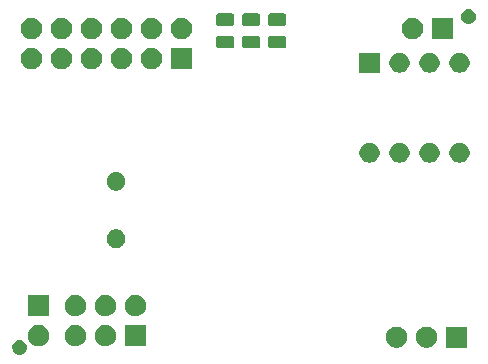
<source format=gbr>
G04 #@! TF.GenerationSoftware,KiCad,Pcbnew,5.1.6*
G04 #@! TF.CreationDate,2020-09-05T15:44:09+02:00*
G04 #@! TF.ProjectId,usynth-jlcpcb,7573796e-7468-42d6-9a6c-637063622e6b,2*
G04 #@! TF.SameCoordinates,Original*
G04 #@! TF.FileFunction,Soldermask,Bot*
G04 #@! TF.FilePolarity,Negative*
%FSLAX46Y46*%
G04 Gerber Fmt 4.6, Leading zero omitted, Abs format (unit mm)*
G04 Created by KiCad (PCBNEW 5.1.6) date 2020-09-05 15:44:09*
%MOMM*%
%LPD*%
G01*
G04 APERTURE LIST*
%ADD10C,0.100000*%
G04 APERTURE END LIST*
D10*
G36*
X121122321Y-88385047D02*
G01*
X121182889Y-88397095D01*
X121239943Y-88420728D01*
X121296997Y-88444360D01*
X121399687Y-88512975D01*
X121487025Y-88600313D01*
X121555640Y-88703003D01*
X121559513Y-88712353D01*
X121602905Y-88817111D01*
X121607031Y-88837853D01*
X121627000Y-88938245D01*
X121627000Y-89061755D01*
X121602905Y-89182888D01*
X121555640Y-89296997D01*
X121487025Y-89399687D01*
X121399687Y-89487025D01*
X121296997Y-89555640D01*
X121239943Y-89579272D01*
X121182889Y-89602905D01*
X121122321Y-89614953D01*
X121061755Y-89627000D01*
X120938245Y-89627000D01*
X120877679Y-89614953D01*
X120817111Y-89602905D01*
X120760058Y-89579273D01*
X120703003Y-89555640D01*
X120600313Y-89487025D01*
X120512975Y-89399687D01*
X120444360Y-89296997D01*
X120397095Y-89182888D01*
X120373000Y-89061755D01*
X120373000Y-88938245D01*
X120392969Y-88837853D01*
X120397095Y-88817111D01*
X120440487Y-88712353D01*
X120444360Y-88703003D01*
X120512975Y-88600313D01*
X120600313Y-88512975D01*
X120703003Y-88444360D01*
X120760057Y-88420728D01*
X120817111Y-88397095D01*
X120877678Y-88385048D01*
X120938245Y-88373000D01*
X121061755Y-88373000D01*
X121122321Y-88385047D01*
G37*
G36*
X158889000Y-89039000D02*
G01*
X157087000Y-89039000D01*
X157087000Y-87237000D01*
X158889000Y-87237000D01*
X158889000Y-89039000D01*
G37*
G36*
X155561512Y-87241927D02*
G01*
X155710812Y-87271624D01*
X155874784Y-87339544D01*
X156022354Y-87438147D01*
X156147853Y-87563646D01*
X156246456Y-87711216D01*
X156314376Y-87875188D01*
X156349000Y-88049259D01*
X156349000Y-88226741D01*
X156314376Y-88400812D01*
X156246456Y-88564784D01*
X156147853Y-88712354D01*
X156022354Y-88837853D01*
X155874784Y-88936456D01*
X155710812Y-89004376D01*
X155561512Y-89034073D01*
X155536742Y-89039000D01*
X155359258Y-89039000D01*
X155334488Y-89034073D01*
X155185188Y-89004376D01*
X155021216Y-88936456D01*
X154873646Y-88837853D01*
X154748147Y-88712354D01*
X154649544Y-88564784D01*
X154581624Y-88400812D01*
X154547000Y-88226741D01*
X154547000Y-88049259D01*
X154581624Y-87875188D01*
X154649544Y-87711216D01*
X154748147Y-87563646D01*
X154873646Y-87438147D01*
X155021216Y-87339544D01*
X155185188Y-87271624D01*
X155334488Y-87241927D01*
X155359258Y-87237000D01*
X155536742Y-87237000D01*
X155561512Y-87241927D01*
G37*
G36*
X153021512Y-87241927D02*
G01*
X153170812Y-87271624D01*
X153334784Y-87339544D01*
X153482354Y-87438147D01*
X153607853Y-87563646D01*
X153706456Y-87711216D01*
X153774376Y-87875188D01*
X153809000Y-88049259D01*
X153809000Y-88226741D01*
X153774376Y-88400812D01*
X153706456Y-88564784D01*
X153607853Y-88712354D01*
X153482354Y-88837853D01*
X153334784Y-88936456D01*
X153170812Y-89004376D01*
X153021512Y-89034073D01*
X152996742Y-89039000D01*
X152819258Y-89039000D01*
X152794488Y-89034073D01*
X152645188Y-89004376D01*
X152481216Y-88936456D01*
X152333646Y-88837853D01*
X152208147Y-88712354D01*
X152109544Y-88564784D01*
X152041624Y-88400812D01*
X152007000Y-88226741D01*
X152007000Y-88049259D01*
X152041624Y-87875188D01*
X152109544Y-87711216D01*
X152208147Y-87563646D01*
X152333646Y-87438147D01*
X152481216Y-87339544D01*
X152645188Y-87271624D01*
X152794488Y-87241927D01*
X152819258Y-87237000D01*
X152996742Y-87237000D01*
X153021512Y-87241927D01*
G37*
G36*
X122713512Y-87114927D02*
G01*
X122862812Y-87144624D01*
X123026784Y-87212544D01*
X123174354Y-87311147D01*
X123299853Y-87436646D01*
X123398456Y-87584216D01*
X123466376Y-87748188D01*
X123501000Y-87922259D01*
X123501000Y-88099741D01*
X123466376Y-88273812D01*
X123398456Y-88437784D01*
X123299853Y-88585354D01*
X123174354Y-88710853D01*
X123026784Y-88809456D01*
X122862812Y-88877376D01*
X122713512Y-88907073D01*
X122688742Y-88912000D01*
X122511258Y-88912000D01*
X122486488Y-88907073D01*
X122337188Y-88877376D01*
X122173216Y-88809456D01*
X122025646Y-88710853D01*
X121900147Y-88585354D01*
X121801544Y-88437784D01*
X121733624Y-88273812D01*
X121699000Y-88099741D01*
X121699000Y-87922259D01*
X121733624Y-87748188D01*
X121801544Y-87584216D01*
X121900147Y-87436646D01*
X122025646Y-87311147D01*
X122173216Y-87212544D01*
X122337188Y-87144624D01*
X122486488Y-87114927D01*
X122511258Y-87110000D01*
X122688742Y-87110000D01*
X122713512Y-87114927D01*
G37*
G36*
X125833512Y-87114927D02*
G01*
X125982812Y-87144624D01*
X126146784Y-87212544D01*
X126294354Y-87311147D01*
X126419853Y-87436646D01*
X126518456Y-87584216D01*
X126586376Y-87748188D01*
X126621000Y-87922259D01*
X126621000Y-88099741D01*
X126586376Y-88273812D01*
X126518456Y-88437784D01*
X126419853Y-88585354D01*
X126294354Y-88710853D01*
X126146784Y-88809456D01*
X125982812Y-88877376D01*
X125833512Y-88907073D01*
X125808742Y-88912000D01*
X125631258Y-88912000D01*
X125606488Y-88907073D01*
X125457188Y-88877376D01*
X125293216Y-88809456D01*
X125145646Y-88710853D01*
X125020147Y-88585354D01*
X124921544Y-88437784D01*
X124853624Y-88273812D01*
X124819000Y-88099741D01*
X124819000Y-87922259D01*
X124853624Y-87748188D01*
X124921544Y-87584216D01*
X125020147Y-87436646D01*
X125145646Y-87311147D01*
X125293216Y-87212544D01*
X125457188Y-87144624D01*
X125606488Y-87114927D01*
X125631258Y-87110000D01*
X125808742Y-87110000D01*
X125833512Y-87114927D01*
G37*
G36*
X131701000Y-88912000D02*
G01*
X129899000Y-88912000D01*
X129899000Y-87110000D01*
X131701000Y-87110000D01*
X131701000Y-88912000D01*
G37*
G36*
X128373512Y-87114927D02*
G01*
X128522812Y-87144624D01*
X128686784Y-87212544D01*
X128834354Y-87311147D01*
X128959853Y-87436646D01*
X129058456Y-87584216D01*
X129126376Y-87748188D01*
X129161000Y-87922259D01*
X129161000Y-88099741D01*
X129126376Y-88273812D01*
X129058456Y-88437784D01*
X128959853Y-88585354D01*
X128834354Y-88710853D01*
X128686784Y-88809456D01*
X128522812Y-88877376D01*
X128373512Y-88907073D01*
X128348742Y-88912000D01*
X128171258Y-88912000D01*
X128146488Y-88907073D01*
X127997188Y-88877376D01*
X127833216Y-88809456D01*
X127685646Y-88710853D01*
X127560147Y-88585354D01*
X127461544Y-88437784D01*
X127393624Y-88273812D01*
X127359000Y-88099741D01*
X127359000Y-87922259D01*
X127393624Y-87748188D01*
X127461544Y-87584216D01*
X127560147Y-87436646D01*
X127685646Y-87311147D01*
X127833216Y-87212544D01*
X127997188Y-87144624D01*
X128146488Y-87114927D01*
X128171258Y-87110000D01*
X128348742Y-87110000D01*
X128373512Y-87114927D01*
G37*
G36*
X128373512Y-84574927D02*
G01*
X128522812Y-84604624D01*
X128686784Y-84672544D01*
X128834354Y-84771147D01*
X128959853Y-84896646D01*
X129058456Y-85044216D01*
X129126376Y-85208188D01*
X129161000Y-85382259D01*
X129161000Y-85559741D01*
X129126376Y-85733812D01*
X129058456Y-85897784D01*
X128959853Y-86045354D01*
X128834354Y-86170853D01*
X128686784Y-86269456D01*
X128522812Y-86337376D01*
X128373512Y-86367073D01*
X128348742Y-86372000D01*
X128171258Y-86372000D01*
X128146488Y-86367073D01*
X127997188Y-86337376D01*
X127833216Y-86269456D01*
X127685646Y-86170853D01*
X127560147Y-86045354D01*
X127461544Y-85897784D01*
X127393624Y-85733812D01*
X127359000Y-85559741D01*
X127359000Y-85382259D01*
X127393624Y-85208188D01*
X127461544Y-85044216D01*
X127560147Y-84896646D01*
X127685646Y-84771147D01*
X127833216Y-84672544D01*
X127997188Y-84604624D01*
X128146488Y-84574927D01*
X128171258Y-84570000D01*
X128348742Y-84570000D01*
X128373512Y-84574927D01*
G37*
G36*
X125833512Y-84574927D02*
G01*
X125982812Y-84604624D01*
X126146784Y-84672544D01*
X126294354Y-84771147D01*
X126419853Y-84896646D01*
X126518456Y-85044216D01*
X126586376Y-85208188D01*
X126621000Y-85382259D01*
X126621000Y-85559741D01*
X126586376Y-85733812D01*
X126518456Y-85897784D01*
X126419853Y-86045354D01*
X126294354Y-86170853D01*
X126146784Y-86269456D01*
X125982812Y-86337376D01*
X125833512Y-86367073D01*
X125808742Y-86372000D01*
X125631258Y-86372000D01*
X125606488Y-86367073D01*
X125457188Y-86337376D01*
X125293216Y-86269456D01*
X125145646Y-86170853D01*
X125020147Y-86045354D01*
X124921544Y-85897784D01*
X124853624Y-85733812D01*
X124819000Y-85559741D01*
X124819000Y-85382259D01*
X124853624Y-85208188D01*
X124921544Y-85044216D01*
X125020147Y-84896646D01*
X125145646Y-84771147D01*
X125293216Y-84672544D01*
X125457188Y-84604624D01*
X125606488Y-84574927D01*
X125631258Y-84570000D01*
X125808742Y-84570000D01*
X125833512Y-84574927D01*
G37*
G36*
X130913512Y-84574927D02*
G01*
X131062812Y-84604624D01*
X131226784Y-84672544D01*
X131374354Y-84771147D01*
X131499853Y-84896646D01*
X131598456Y-85044216D01*
X131666376Y-85208188D01*
X131701000Y-85382259D01*
X131701000Y-85559741D01*
X131666376Y-85733812D01*
X131598456Y-85897784D01*
X131499853Y-86045354D01*
X131374354Y-86170853D01*
X131226784Y-86269456D01*
X131062812Y-86337376D01*
X130913512Y-86367073D01*
X130888742Y-86372000D01*
X130711258Y-86372000D01*
X130686488Y-86367073D01*
X130537188Y-86337376D01*
X130373216Y-86269456D01*
X130225646Y-86170853D01*
X130100147Y-86045354D01*
X130001544Y-85897784D01*
X129933624Y-85733812D01*
X129899000Y-85559741D01*
X129899000Y-85382259D01*
X129933624Y-85208188D01*
X130001544Y-85044216D01*
X130100147Y-84896646D01*
X130225646Y-84771147D01*
X130373216Y-84672544D01*
X130537188Y-84604624D01*
X130686488Y-84574927D01*
X130711258Y-84570000D01*
X130888742Y-84570000D01*
X130913512Y-84574927D01*
G37*
G36*
X123501000Y-86372000D02*
G01*
X121699000Y-86372000D01*
X121699000Y-84570000D01*
X123501000Y-84570000D01*
X123501000Y-86372000D01*
G37*
G36*
X129392642Y-79039781D02*
G01*
X129538414Y-79100162D01*
X129538416Y-79100163D01*
X129669608Y-79187822D01*
X129781178Y-79299392D01*
X129868837Y-79430584D01*
X129868838Y-79430586D01*
X129929219Y-79576358D01*
X129960000Y-79731107D01*
X129960000Y-79888893D01*
X129929219Y-80043642D01*
X129868838Y-80189414D01*
X129868837Y-80189416D01*
X129781178Y-80320608D01*
X129669608Y-80432178D01*
X129538416Y-80519837D01*
X129538415Y-80519838D01*
X129538414Y-80519838D01*
X129392642Y-80580219D01*
X129237893Y-80611000D01*
X129080107Y-80611000D01*
X128925358Y-80580219D01*
X128779586Y-80519838D01*
X128779585Y-80519838D01*
X128779584Y-80519837D01*
X128648392Y-80432178D01*
X128536822Y-80320608D01*
X128449163Y-80189416D01*
X128449162Y-80189414D01*
X128388781Y-80043642D01*
X128358000Y-79888893D01*
X128358000Y-79731107D01*
X128388781Y-79576358D01*
X128449162Y-79430586D01*
X128449163Y-79430584D01*
X128536822Y-79299392D01*
X128648392Y-79187822D01*
X128779584Y-79100163D01*
X128779586Y-79100162D01*
X128925358Y-79039781D01*
X129080107Y-79009000D01*
X129237893Y-79009000D01*
X129392642Y-79039781D01*
G37*
G36*
X129392642Y-74159781D02*
G01*
X129538414Y-74220162D01*
X129538416Y-74220163D01*
X129669608Y-74307822D01*
X129781178Y-74419392D01*
X129868837Y-74550584D01*
X129868838Y-74550586D01*
X129929219Y-74696358D01*
X129960000Y-74851107D01*
X129960000Y-75008893D01*
X129929219Y-75163642D01*
X129868838Y-75309414D01*
X129868837Y-75309416D01*
X129781178Y-75440608D01*
X129669608Y-75552178D01*
X129538416Y-75639837D01*
X129538415Y-75639838D01*
X129538414Y-75639838D01*
X129392642Y-75700219D01*
X129237893Y-75731000D01*
X129080107Y-75731000D01*
X128925358Y-75700219D01*
X128779586Y-75639838D01*
X128779585Y-75639838D01*
X128779584Y-75639837D01*
X128648392Y-75552178D01*
X128536822Y-75440608D01*
X128449163Y-75309416D01*
X128449162Y-75309414D01*
X128388781Y-75163642D01*
X128358000Y-75008893D01*
X128358000Y-74851107D01*
X128388781Y-74696358D01*
X128449162Y-74550586D01*
X128449163Y-74550584D01*
X128536822Y-74419392D01*
X128648392Y-74307822D01*
X128779584Y-74220163D01*
X128779586Y-74220162D01*
X128925358Y-74159781D01*
X129080107Y-74129000D01*
X129237893Y-74129000D01*
X129392642Y-74159781D01*
G37*
G36*
X153410228Y-71698703D02*
G01*
X153565100Y-71762853D01*
X153704481Y-71855985D01*
X153823015Y-71974519D01*
X153916147Y-72113900D01*
X153980297Y-72268772D01*
X154013000Y-72433184D01*
X154013000Y-72600816D01*
X153980297Y-72765228D01*
X153916147Y-72920100D01*
X153823015Y-73059481D01*
X153704481Y-73178015D01*
X153565100Y-73271147D01*
X153410228Y-73335297D01*
X153245816Y-73368000D01*
X153078184Y-73368000D01*
X152913772Y-73335297D01*
X152758900Y-73271147D01*
X152619519Y-73178015D01*
X152500985Y-73059481D01*
X152407853Y-72920100D01*
X152343703Y-72765228D01*
X152311000Y-72600816D01*
X152311000Y-72433184D01*
X152343703Y-72268772D01*
X152407853Y-72113900D01*
X152500985Y-71974519D01*
X152619519Y-71855985D01*
X152758900Y-71762853D01*
X152913772Y-71698703D01*
X153078184Y-71666000D01*
X153245816Y-71666000D01*
X153410228Y-71698703D01*
G37*
G36*
X150870228Y-71698703D02*
G01*
X151025100Y-71762853D01*
X151164481Y-71855985D01*
X151283015Y-71974519D01*
X151376147Y-72113900D01*
X151440297Y-72268772D01*
X151473000Y-72433184D01*
X151473000Y-72600816D01*
X151440297Y-72765228D01*
X151376147Y-72920100D01*
X151283015Y-73059481D01*
X151164481Y-73178015D01*
X151025100Y-73271147D01*
X150870228Y-73335297D01*
X150705816Y-73368000D01*
X150538184Y-73368000D01*
X150373772Y-73335297D01*
X150218900Y-73271147D01*
X150079519Y-73178015D01*
X149960985Y-73059481D01*
X149867853Y-72920100D01*
X149803703Y-72765228D01*
X149771000Y-72600816D01*
X149771000Y-72433184D01*
X149803703Y-72268772D01*
X149867853Y-72113900D01*
X149960985Y-71974519D01*
X150079519Y-71855985D01*
X150218900Y-71762853D01*
X150373772Y-71698703D01*
X150538184Y-71666000D01*
X150705816Y-71666000D01*
X150870228Y-71698703D01*
G37*
G36*
X155950228Y-71698703D02*
G01*
X156105100Y-71762853D01*
X156244481Y-71855985D01*
X156363015Y-71974519D01*
X156456147Y-72113900D01*
X156520297Y-72268772D01*
X156553000Y-72433184D01*
X156553000Y-72600816D01*
X156520297Y-72765228D01*
X156456147Y-72920100D01*
X156363015Y-73059481D01*
X156244481Y-73178015D01*
X156105100Y-73271147D01*
X155950228Y-73335297D01*
X155785816Y-73368000D01*
X155618184Y-73368000D01*
X155453772Y-73335297D01*
X155298900Y-73271147D01*
X155159519Y-73178015D01*
X155040985Y-73059481D01*
X154947853Y-72920100D01*
X154883703Y-72765228D01*
X154851000Y-72600816D01*
X154851000Y-72433184D01*
X154883703Y-72268772D01*
X154947853Y-72113900D01*
X155040985Y-71974519D01*
X155159519Y-71855985D01*
X155298900Y-71762853D01*
X155453772Y-71698703D01*
X155618184Y-71666000D01*
X155785816Y-71666000D01*
X155950228Y-71698703D01*
G37*
G36*
X158490228Y-71698703D02*
G01*
X158645100Y-71762853D01*
X158784481Y-71855985D01*
X158903015Y-71974519D01*
X158996147Y-72113900D01*
X159060297Y-72268772D01*
X159093000Y-72433184D01*
X159093000Y-72600816D01*
X159060297Y-72765228D01*
X158996147Y-72920100D01*
X158903015Y-73059481D01*
X158784481Y-73178015D01*
X158645100Y-73271147D01*
X158490228Y-73335297D01*
X158325816Y-73368000D01*
X158158184Y-73368000D01*
X157993772Y-73335297D01*
X157838900Y-73271147D01*
X157699519Y-73178015D01*
X157580985Y-73059481D01*
X157487853Y-72920100D01*
X157423703Y-72765228D01*
X157391000Y-72600816D01*
X157391000Y-72433184D01*
X157423703Y-72268772D01*
X157487853Y-72113900D01*
X157580985Y-71974519D01*
X157699519Y-71855985D01*
X157838900Y-71762853D01*
X157993772Y-71698703D01*
X158158184Y-71666000D01*
X158325816Y-71666000D01*
X158490228Y-71698703D01*
G37*
G36*
X153410228Y-64078703D02*
G01*
X153565100Y-64142853D01*
X153704481Y-64235985D01*
X153823015Y-64354519D01*
X153916147Y-64493900D01*
X153980297Y-64648772D01*
X154013000Y-64813184D01*
X154013000Y-64980816D01*
X153980297Y-65145228D01*
X153916147Y-65300100D01*
X153823015Y-65439481D01*
X153704481Y-65558015D01*
X153565100Y-65651147D01*
X153410228Y-65715297D01*
X153245816Y-65748000D01*
X153078184Y-65748000D01*
X152913772Y-65715297D01*
X152758900Y-65651147D01*
X152619519Y-65558015D01*
X152500985Y-65439481D01*
X152407853Y-65300100D01*
X152343703Y-65145228D01*
X152311000Y-64980816D01*
X152311000Y-64813184D01*
X152343703Y-64648772D01*
X152407853Y-64493900D01*
X152500985Y-64354519D01*
X152619519Y-64235985D01*
X152758900Y-64142853D01*
X152913772Y-64078703D01*
X153078184Y-64046000D01*
X153245816Y-64046000D01*
X153410228Y-64078703D01*
G37*
G36*
X158490228Y-64078703D02*
G01*
X158645100Y-64142853D01*
X158784481Y-64235985D01*
X158903015Y-64354519D01*
X158996147Y-64493900D01*
X159060297Y-64648772D01*
X159093000Y-64813184D01*
X159093000Y-64980816D01*
X159060297Y-65145228D01*
X158996147Y-65300100D01*
X158903015Y-65439481D01*
X158784481Y-65558015D01*
X158645100Y-65651147D01*
X158490228Y-65715297D01*
X158325816Y-65748000D01*
X158158184Y-65748000D01*
X157993772Y-65715297D01*
X157838900Y-65651147D01*
X157699519Y-65558015D01*
X157580985Y-65439481D01*
X157487853Y-65300100D01*
X157423703Y-65145228D01*
X157391000Y-64980816D01*
X157391000Y-64813184D01*
X157423703Y-64648772D01*
X157487853Y-64493900D01*
X157580985Y-64354519D01*
X157699519Y-64235985D01*
X157838900Y-64142853D01*
X157993772Y-64078703D01*
X158158184Y-64046000D01*
X158325816Y-64046000D01*
X158490228Y-64078703D01*
G37*
G36*
X151473000Y-65748000D02*
G01*
X149771000Y-65748000D01*
X149771000Y-64046000D01*
X151473000Y-64046000D01*
X151473000Y-65748000D01*
G37*
G36*
X155950228Y-64078703D02*
G01*
X156105100Y-64142853D01*
X156244481Y-64235985D01*
X156363015Y-64354519D01*
X156456147Y-64493900D01*
X156520297Y-64648772D01*
X156553000Y-64813184D01*
X156553000Y-64980816D01*
X156520297Y-65145228D01*
X156456147Y-65300100D01*
X156363015Y-65439481D01*
X156244481Y-65558015D01*
X156105100Y-65651147D01*
X155950228Y-65715297D01*
X155785816Y-65748000D01*
X155618184Y-65748000D01*
X155453772Y-65715297D01*
X155298900Y-65651147D01*
X155159519Y-65558015D01*
X155040985Y-65439481D01*
X154947853Y-65300100D01*
X154883703Y-65145228D01*
X154851000Y-64980816D01*
X154851000Y-64813184D01*
X154883703Y-64648772D01*
X154947853Y-64493900D01*
X155040985Y-64354519D01*
X155159519Y-64235985D01*
X155298900Y-64142853D01*
X155453772Y-64078703D01*
X155618184Y-64046000D01*
X155785816Y-64046000D01*
X155950228Y-64078703D01*
G37*
G36*
X129733512Y-63643927D02*
G01*
X129882812Y-63673624D01*
X130046784Y-63741544D01*
X130194354Y-63840147D01*
X130319853Y-63965646D01*
X130418456Y-64113216D01*
X130486376Y-64277188D01*
X130521000Y-64451259D01*
X130521000Y-64628741D01*
X130486376Y-64802812D01*
X130418456Y-64966784D01*
X130319853Y-65114354D01*
X130194354Y-65239853D01*
X130046784Y-65338456D01*
X129882812Y-65406376D01*
X129733512Y-65436073D01*
X129708742Y-65441000D01*
X129531258Y-65441000D01*
X129506488Y-65436073D01*
X129357188Y-65406376D01*
X129193216Y-65338456D01*
X129045646Y-65239853D01*
X128920147Y-65114354D01*
X128821544Y-64966784D01*
X128753624Y-64802812D01*
X128719000Y-64628741D01*
X128719000Y-64451259D01*
X128753624Y-64277188D01*
X128821544Y-64113216D01*
X128920147Y-63965646D01*
X129045646Y-63840147D01*
X129193216Y-63741544D01*
X129357188Y-63673624D01*
X129506488Y-63643927D01*
X129531258Y-63639000D01*
X129708742Y-63639000D01*
X129733512Y-63643927D01*
G37*
G36*
X122113512Y-63643927D02*
G01*
X122262812Y-63673624D01*
X122426784Y-63741544D01*
X122574354Y-63840147D01*
X122699853Y-63965646D01*
X122798456Y-64113216D01*
X122866376Y-64277188D01*
X122901000Y-64451259D01*
X122901000Y-64628741D01*
X122866376Y-64802812D01*
X122798456Y-64966784D01*
X122699853Y-65114354D01*
X122574354Y-65239853D01*
X122426784Y-65338456D01*
X122262812Y-65406376D01*
X122113512Y-65436073D01*
X122088742Y-65441000D01*
X121911258Y-65441000D01*
X121886488Y-65436073D01*
X121737188Y-65406376D01*
X121573216Y-65338456D01*
X121425646Y-65239853D01*
X121300147Y-65114354D01*
X121201544Y-64966784D01*
X121133624Y-64802812D01*
X121099000Y-64628741D01*
X121099000Y-64451259D01*
X121133624Y-64277188D01*
X121201544Y-64113216D01*
X121300147Y-63965646D01*
X121425646Y-63840147D01*
X121573216Y-63741544D01*
X121737188Y-63673624D01*
X121886488Y-63643927D01*
X121911258Y-63639000D01*
X122088742Y-63639000D01*
X122113512Y-63643927D01*
G37*
G36*
X124653512Y-63643927D02*
G01*
X124802812Y-63673624D01*
X124966784Y-63741544D01*
X125114354Y-63840147D01*
X125239853Y-63965646D01*
X125338456Y-64113216D01*
X125406376Y-64277188D01*
X125441000Y-64451259D01*
X125441000Y-64628741D01*
X125406376Y-64802812D01*
X125338456Y-64966784D01*
X125239853Y-65114354D01*
X125114354Y-65239853D01*
X124966784Y-65338456D01*
X124802812Y-65406376D01*
X124653512Y-65436073D01*
X124628742Y-65441000D01*
X124451258Y-65441000D01*
X124426488Y-65436073D01*
X124277188Y-65406376D01*
X124113216Y-65338456D01*
X123965646Y-65239853D01*
X123840147Y-65114354D01*
X123741544Y-64966784D01*
X123673624Y-64802812D01*
X123639000Y-64628741D01*
X123639000Y-64451259D01*
X123673624Y-64277188D01*
X123741544Y-64113216D01*
X123840147Y-63965646D01*
X123965646Y-63840147D01*
X124113216Y-63741544D01*
X124277188Y-63673624D01*
X124426488Y-63643927D01*
X124451258Y-63639000D01*
X124628742Y-63639000D01*
X124653512Y-63643927D01*
G37*
G36*
X127193512Y-63643927D02*
G01*
X127342812Y-63673624D01*
X127506784Y-63741544D01*
X127654354Y-63840147D01*
X127779853Y-63965646D01*
X127878456Y-64113216D01*
X127946376Y-64277188D01*
X127981000Y-64451259D01*
X127981000Y-64628741D01*
X127946376Y-64802812D01*
X127878456Y-64966784D01*
X127779853Y-65114354D01*
X127654354Y-65239853D01*
X127506784Y-65338456D01*
X127342812Y-65406376D01*
X127193512Y-65436073D01*
X127168742Y-65441000D01*
X126991258Y-65441000D01*
X126966488Y-65436073D01*
X126817188Y-65406376D01*
X126653216Y-65338456D01*
X126505646Y-65239853D01*
X126380147Y-65114354D01*
X126281544Y-64966784D01*
X126213624Y-64802812D01*
X126179000Y-64628741D01*
X126179000Y-64451259D01*
X126213624Y-64277188D01*
X126281544Y-64113216D01*
X126380147Y-63965646D01*
X126505646Y-63840147D01*
X126653216Y-63741544D01*
X126817188Y-63673624D01*
X126966488Y-63643927D01*
X126991258Y-63639000D01*
X127168742Y-63639000D01*
X127193512Y-63643927D01*
G37*
G36*
X132273512Y-63643927D02*
G01*
X132422812Y-63673624D01*
X132586784Y-63741544D01*
X132734354Y-63840147D01*
X132859853Y-63965646D01*
X132958456Y-64113216D01*
X133026376Y-64277188D01*
X133061000Y-64451259D01*
X133061000Y-64628741D01*
X133026376Y-64802812D01*
X132958456Y-64966784D01*
X132859853Y-65114354D01*
X132734354Y-65239853D01*
X132586784Y-65338456D01*
X132422812Y-65406376D01*
X132273512Y-65436073D01*
X132248742Y-65441000D01*
X132071258Y-65441000D01*
X132046488Y-65436073D01*
X131897188Y-65406376D01*
X131733216Y-65338456D01*
X131585646Y-65239853D01*
X131460147Y-65114354D01*
X131361544Y-64966784D01*
X131293624Y-64802812D01*
X131259000Y-64628741D01*
X131259000Y-64451259D01*
X131293624Y-64277188D01*
X131361544Y-64113216D01*
X131460147Y-63965646D01*
X131585646Y-63840147D01*
X131733216Y-63741544D01*
X131897188Y-63673624D01*
X132046488Y-63643927D01*
X132071258Y-63639000D01*
X132248742Y-63639000D01*
X132273512Y-63643927D01*
G37*
G36*
X135601000Y-65441000D02*
G01*
X133799000Y-65441000D01*
X133799000Y-63639000D01*
X135601000Y-63639000D01*
X135601000Y-65441000D01*
G37*
G36*
X143384468Y-62603565D02*
G01*
X143423138Y-62615296D01*
X143458777Y-62634346D01*
X143490017Y-62659983D01*
X143515654Y-62691223D01*
X143534704Y-62726862D01*
X143546435Y-62765532D01*
X143551000Y-62811888D01*
X143551000Y-63463112D01*
X143546435Y-63509468D01*
X143534704Y-63548138D01*
X143515654Y-63583777D01*
X143490017Y-63615017D01*
X143458777Y-63640654D01*
X143423138Y-63659704D01*
X143384468Y-63671435D01*
X143338112Y-63676000D01*
X142261888Y-63676000D01*
X142215532Y-63671435D01*
X142176862Y-63659704D01*
X142141223Y-63640654D01*
X142109983Y-63615017D01*
X142084346Y-63583777D01*
X142065296Y-63548138D01*
X142053565Y-63509468D01*
X142049000Y-63463112D01*
X142049000Y-62811888D01*
X142053565Y-62765532D01*
X142065296Y-62726862D01*
X142084346Y-62691223D01*
X142109983Y-62659983D01*
X142141223Y-62634346D01*
X142176862Y-62615296D01*
X142215532Y-62603565D01*
X142261888Y-62599000D01*
X143338112Y-62599000D01*
X143384468Y-62603565D01*
G37*
G36*
X141184468Y-62603565D02*
G01*
X141223138Y-62615296D01*
X141258777Y-62634346D01*
X141290017Y-62659983D01*
X141315654Y-62691223D01*
X141334704Y-62726862D01*
X141346435Y-62765532D01*
X141351000Y-62811888D01*
X141351000Y-63463112D01*
X141346435Y-63509468D01*
X141334704Y-63548138D01*
X141315654Y-63583777D01*
X141290017Y-63615017D01*
X141258777Y-63640654D01*
X141223138Y-63659704D01*
X141184468Y-63671435D01*
X141138112Y-63676000D01*
X140061888Y-63676000D01*
X140015532Y-63671435D01*
X139976862Y-63659704D01*
X139941223Y-63640654D01*
X139909983Y-63615017D01*
X139884346Y-63583777D01*
X139865296Y-63548138D01*
X139853565Y-63509468D01*
X139849000Y-63463112D01*
X139849000Y-62811888D01*
X139853565Y-62765532D01*
X139865296Y-62726862D01*
X139884346Y-62691223D01*
X139909983Y-62659983D01*
X139941223Y-62634346D01*
X139976862Y-62615296D01*
X140015532Y-62603565D01*
X140061888Y-62599000D01*
X141138112Y-62599000D01*
X141184468Y-62603565D01*
G37*
G36*
X138984468Y-62603565D02*
G01*
X139023138Y-62615296D01*
X139058777Y-62634346D01*
X139090017Y-62659983D01*
X139115654Y-62691223D01*
X139134704Y-62726862D01*
X139146435Y-62765532D01*
X139151000Y-62811888D01*
X139151000Y-63463112D01*
X139146435Y-63509468D01*
X139134704Y-63548138D01*
X139115654Y-63583777D01*
X139090017Y-63615017D01*
X139058777Y-63640654D01*
X139023138Y-63659704D01*
X138984468Y-63671435D01*
X138938112Y-63676000D01*
X137861888Y-63676000D01*
X137815532Y-63671435D01*
X137776862Y-63659704D01*
X137741223Y-63640654D01*
X137709983Y-63615017D01*
X137684346Y-63583777D01*
X137665296Y-63548138D01*
X137653565Y-63509468D01*
X137649000Y-63463112D01*
X137649000Y-62811888D01*
X137653565Y-62765532D01*
X137665296Y-62726862D01*
X137684346Y-62691223D01*
X137709983Y-62659983D01*
X137741223Y-62634346D01*
X137776862Y-62615296D01*
X137815532Y-62603565D01*
X137861888Y-62599000D01*
X138938112Y-62599000D01*
X138984468Y-62603565D01*
G37*
G36*
X129733512Y-61103927D02*
G01*
X129882812Y-61133624D01*
X130046784Y-61201544D01*
X130194354Y-61300147D01*
X130319853Y-61425646D01*
X130418456Y-61573216D01*
X130486376Y-61737188D01*
X130521000Y-61911259D01*
X130521000Y-62088741D01*
X130486376Y-62262812D01*
X130418456Y-62426784D01*
X130319853Y-62574354D01*
X130194354Y-62699853D01*
X130046784Y-62798456D01*
X129882812Y-62866376D01*
X129733512Y-62896073D01*
X129708742Y-62901000D01*
X129531258Y-62901000D01*
X129506488Y-62896073D01*
X129357188Y-62866376D01*
X129193216Y-62798456D01*
X129045646Y-62699853D01*
X128920147Y-62574354D01*
X128821544Y-62426784D01*
X128753624Y-62262812D01*
X128719000Y-62088741D01*
X128719000Y-61911259D01*
X128753624Y-61737188D01*
X128821544Y-61573216D01*
X128920147Y-61425646D01*
X129045646Y-61300147D01*
X129193216Y-61201544D01*
X129357188Y-61133624D01*
X129506488Y-61103927D01*
X129531258Y-61099000D01*
X129708742Y-61099000D01*
X129733512Y-61103927D01*
G37*
G36*
X122113512Y-61103927D02*
G01*
X122262812Y-61133624D01*
X122426784Y-61201544D01*
X122574354Y-61300147D01*
X122699853Y-61425646D01*
X122798456Y-61573216D01*
X122866376Y-61737188D01*
X122901000Y-61911259D01*
X122901000Y-62088741D01*
X122866376Y-62262812D01*
X122798456Y-62426784D01*
X122699853Y-62574354D01*
X122574354Y-62699853D01*
X122426784Y-62798456D01*
X122262812Y-62866376D01*
X122113512Y-62896073D01*
X122088742Y-62901000D01*
X121911258Y-62901000D01*
X121886488Y-62896073D01*
X121737188Y-62866376D01*
X121573216Y-62798456D01*
X121425646Y-62699853D01*
X121300147Y-62574354D01*
X121201544Y-62426784D01*
X121133624Y-62262812D01*
X121099000Y-62088741D01*
X121099000Y-61911259D01*
X121133624Y-61737188D01*
X121201544Y-61573216D01*
X121300147Y-61425646D01*
X121425646Y-61300147D01*
X121573216Y-61201544D01*
X121737188Y-61133624D01*
X121886488Y-61103927D01*
X121911258Y-61099000D01*
X122088742Y-61099000D01*
X122113512Y-61103927D01*
G37*
G36*
X124653512Y-61103927D02*
G01*
X124802812Y-61133624D01*
X124966784Y-61201544D01*
X125114354Y-61300147D01*
X125239853Y-61425646D01*
X125338456Y-61573216D01*
X125406376Y-61737188D01*
X125441000Y-61911259D01*
X125441000Y-62088741D01*
X125406376Y-62262812D01*
X125338456Y-62426784D01*
X125239853Y-62574354D01*
X125114354Y-62699853D01*
X124966784Y-62798456D01*
X124802812Y-62866376D01*
X124653512Y-62896073D01*
X124628742Y-62901000D01*
X124451258Y-62901000D01*
X124426488Y-62896073D01*
X124277188Y-62866376D01*
X124113216Y-62798456D01*
X123965646Y-62699853D01*
X123840147Y-62574354D01*
X123741544Y-62426784D01*
X123673624Y-62262812D01*
X123639000Y-62088741D01*
X123639000Y-61911259D01*
X123673624Y-61737188D01*
X123741544Y-61573216D01*
X123840147Y-61425646D01*
X123965646Y-61300147D01*
X124113216Y-61201544D01*
X124277188Y-61133624D01*
X124426488Y-61103927D01*
X124451258Y-61099000D01*
X124628742Y-61099000D01*
X124653512Y-61103927D01*
G37*
G36*
X134813512Y-61103927D02*
G01*
X134962812Y-61133624D01*
X135126784Y-61201544D01*
X135274354Y-61300147D01*
X135399853Y-61425646D01*
X135498456Y-61573216D01*
X135566376Y-61737188D01*
X135601000Y-61911259D01*
X135601000Y-62088741D01*
X135566376Y-62262812D01*
X135498456Y-62426784D01*
X135399853Y-62574354D01*
X135274354Y-62699853D01*
X135126784Y-62798456D01*
X134962812Y-62866376D01*
X134813512Y-62896073D01*
X134788742Y-62901000D01*
X134611258Y-62901000D01*
X134586488Y-62896073D01*
X134437188Y-62866376D01*
X134273216Y-62798456D01*
X134125646Y-62699853D01*
X134000147Y-62574354D01*
X133901544Y-62426784D01*
X133833624Y-62262812D01*
X133799000Y-62088741D01*
X133799000Y-61911259D01*
X133833624Y-61737188D01*
X133901544Y-61573216D01*
X134000147Y-61425646D01*
X134125646Y-61300147D01*
X134273216Y-61201544D01*
X134437188Y-61133624D01*
X134586488Y-61103927D01*
X134611258Y-61099000D01*
X134788742Y-61099000D01*
X134813512Y-61103927D01*
G37*
G36*
X154373512Y-61103927D02*
G01*
X154522812Y-61133624D01*
X154686784Y-61201544D01*
X154834354Y-61300147D01*
X154959853Y-61425646D01*
X155058456Y-61573216D01*
X155126376Y-61737188D01*
X155161000Y-61911259D01*
X155161000Y-62088741D01*
X155126376Y-62262812D01*
X155058456Y-62426784D01*
X154959853Y-62574354D01*
X154834354Y-62699853D01*
X154686784Y-62798456D01*
X154522812Y-62866376D01*
X154373512Y-62896073D01*
X154348742Y-62901000D01*
X154171258Y-62901000D01*
X154146488Y-62896073D01*
X153997188Y-62866376D01*
X153833216Y-62798456D01*
X153685646Y-62699853D01*
X153560147Y-62574354D01*
X153461544Y-62426784D01*
X153393624Y-62262812D01*
X153359000Y-62088741D01*
X153359000Y-61911259D01*
X153393624Y-61737188D01*
X153461544Y-61573216D01*
X153560147Y-61425646D01*
X153685646Y-61300147D01*
X153833216Y-61201544D01*
X153997188Y-61133624D01*
X154146488Y-61103927D01*
X154171258Y-61099000D01*
X154348742Y-61099000D01*
X154373512Y-61103927D01*
G37*
G36*
X157701000Y-62901000D02*
G01*
X155899000Y-62901000D01*
X155899000Y-61099000D01*
X157701000Y-61099000D01*
X157701000Y-62901000D01*
G37*
G36*
X132273512Y-61103927D02*
G01*
X132422812Y-61133624D01*
X132586784Y-61201544D01*
X132734354Y-61300147D01*
X132859853Y-61425646D01*
X132958456Y-61573216D01*
X133026376Y-61737188D01*
X133061000Y-61911259D01*
X133061000Y-62088741D01*
X133026376Y-62262812D01*
X132958456Y-62426784D01*
X132859853Y-62574354D01*
X132734354Y-62699853D01*
X132586784Y-62798456D01*
X132422812Y-62866376D01*
X132273512Y-62896073D01*
X132248742Y-62901000D01*
X132071258Y-62901000D01*
X132046488Y-62896073D01*
X131897188Y-62866376D01*
X131733216Y-62798456D01*
X131585646Y-62699853D01*
X131460147Y-62574354D01*
X131361544Y-62426784D01*
X131293624Y-62262812D01*
X131259000Y-62088741D01*
X131259000Y-61911259D01*
X131293624Y-61737188D01*
X131361544Y-61573216D01*
X131460147Y-61425646D01*
X131585646Y-61300147D01*
X131733216Y-61201544D01*
X131897188Y-61133624D01*
X132046488Y-61103927D01*
X132071258Y-61099000D01*
X132248742Y-61099000D01*
X132273512Y-61103927D01*
G37*
G36*
X127193512Y-61103927D02*
G01*
X127342812Y-61133624D01*
X127506784Y-61201544D01*
X127654354Y-61300147D01*
X127779853Y-61425646D01*
X127878456Y-61573216D01*
X127946376Y-61737188D01*
X127981000Y-61911259D01*
X127981000Y-62088741D01*
X127946376Y-62262812D01*
X127878456Y-62426784D01*
X127779853Y-62574354D01*
X127654354Y-62699853D01*
X127506784Y-62798456D01*
X127342812Y-62866376D01*
X127193512Y-62896073D01*
X127168742Y-62901000D01*
X126991258Y-62901000D01*
X126966488Y-62896073D01*
X126817188Y-62866376D01*
X126653216Y-62798456D01*
X126505646Y-62699853D01*
X126380147Y-62574354D01*
X126281544Y-62426784D01*
X126213624Y-62262812D01*
X126179000Y-62088741D01*
X126179000Y-61911259D01*
X126213624Y-61737188D01*
X126281544Y-61573216D01*
X126380147Y-61425646D01*
X126505646Y-61300147D01*
X126653216Y-61201544D01*
X126817188Y-61133624D01*
X126966488Y-61103927D01*
X126991258Y-61099000D01*
X127168742Y-61099000D01*
X127193512Y-61103927D01*
G37*
G36*
X141184468Y-60728565D02*
G01*
X141223138Y-60740296D01*
X141258777Y-60759346D01*
X141290017Y-60784983D01*
X141315654Y-60816223D01*
X141334704Y-60851862D01*
X141346435Y-60890532D01*
X141351000Y-60936888D01*
X141351000Y-61588112D01*
X141346435Y-61634468D01*
X141334704Y-61673138D01*
X141315654Y-61708777D01*
X141290017Y-61740017D01*
X141258777Y-61765654D01*
X141223138Y-61784704D01*
X141184468Y-61796435D01*
X141138112Y-61801000D01*
X140061888Y-61801000D01*
X140015532Y-61796435D01*
X139976862Y-61784704D01*
X139941223Y-61765654D01*
X139909983Y-61740017D01*
X139884346Y-61708777D01*
X139865296Y-61673138D01*
X139853565Y-61634468D01*
X139849000Y-61588112D01*
X139849000Y-60936888D01*
X139853565Y-60890532D01*
X139865296Y-60851862D01*
X139884346Y-60816223D01*
X139909983Y-60784983D01*
X139941223Y-60759346D01*
X139976862Y-60740296D01*
X140015532Y-60728565D01*
X140061888Y-60724000D01*
X141138112Y-60724000D01*
X141184468Y-60728565D01*
G37*
G36*
X143384468Y-60728565D02*
G01*
X143423138Y-60740296D01*
X143458777Y-60759346D01*
X143490017Y-60784983D01*
X143515654Y-60816223D01*
X143534704Y-60851862D01*
X143546435Y-60890532D01*
X143551000Y-60936888D01*
X143551000Y-61588112D01*
X143546435Y-61634468D01*
X143534704Y-61673138D01*
X143515654Y-61708777D01*
X143490017Y-61740017D01*
X143458777Y-61765654D01*
X143423138Y-61784704D01*
X143384468Y-61796435D01*
X143338112Y-61801000D01*
X142261888Y-61801000D01*
X142215532Y-61796435D01*
X142176862Y-61784704D01*
X142141223Y-61765654D01*
X142109983Y-61740017D01*
X142084346Y-61708777D01*
X142065296Y-61673138D01*
X142053565Y-61634468D01*
X142049000Y-61588112D01*
X142049000Y-60936888D01*
X142053565Y-60890532D01*
X142065296Y-60851862D01*
X142084346Y-60816223D01*
X142109983Y-60784983D01*
X142141223Y-60759346D01*
X142176862Y-60740296D01*
X142215532Y-60728565D01*
X142261888Y-60724000D01*
X143338112Y-60724000D01*
X143384468Y-60728565D01*
G37*
G36*
X138984468Y-60728565D02*
G01*
X139023138Y-60740296D01*
X139058777Y-60759346D01*
X139090017Y-60784983D01*
X139115654Y-60816223D01*
X139134704Y-60851862D01*
X139146435Y-60890532D01*
X139151000Y-60936888D01*
X139151000Y-61588112D01*
X139146435Y-61634468D01*
X139134704Y-61673138D01*
X139115654Y-61708777D01*
X139090017Y-61740017D01*
X139058777Y-61765654D01*
X139023138Y-61784704D01*
X138984468Y-61796435D01*
X138938112Y-61801000D01*
X137861888Y-61801000D01*
X137815532Y-61796435D01*
X137776862Y-61784704D01*
X137741223Y-61765654D01*
X137709983Y-61740017D01*
X137684346Y-61708777D01*
X137665296Y-61673138D01*
X137653565Y-61634468D01*
X137649000Y-61588112D01*
X137649000Y-60936888D01*
X137653565Y-60890532D01*
X137665296Y-60851862D01*
X137684346Y-60816223D01*
X137709983Y-60784983D01*
X137741223Y-60759346D01*
X137776862Y-60740296D01*
X137815532Y-60728565D01*
X137861888Y-60724000D01*
X138938112Y-60724000D01*
X138984468Y-60728565D01*
G37*
G36*
X159122322Y-60385048D02*
G01*
X159182889Y-60397095D01*
X159239942Y-60420727D01*
X159296997Y-60444360D01*
X159399687Y-60512975D01*
X159487025Y-60600313D01*
X159555640Y-60703003D01*
X159602905Y-60817112D01*
X159627000Y-60938245D01*
X159627000Y-61061755D01*
X159602905Y-61182888D01*
X159555640Y-61296997D01*
X159487025Y-61399687D01*
X159399687Y-61487025D01*
X159296997Y-61555640D01*
X159239943Y-61579272D01*
X159182889Y-61602905D01*
X159122321Y-61614953D01*
X159061755Y-61627000D01*
X158938245Y-61627000D01*
X158877679Y-61614953D01*
X158817111Y-61602905D01*
X158760058Y-61579273D01*
X158703003Y-61555640D01*
X158600313Y-61487025D01*
X158512975Y-61399687D01*
X158444360Y-61296997D01*
X158397095Y-61182888D01*
X158373000Y-61061755D01*
X158373000Y-60938245D01*
X158397095Y-60817112D01*
X158444360Y-60703003D01*
X158512975Y-60600313D01*
X158600313Y-60512975D01*
X158703003Y-60444360D01*
X158760057Y-60420728D01*
X158817111Y-60397095D01*
X158877678Y-60385048D01*
X158938245Y-60373000D01*
X159061755Y-60373000D01*
X159122322Y-60385048D01*
G37*
M02*

</source>
